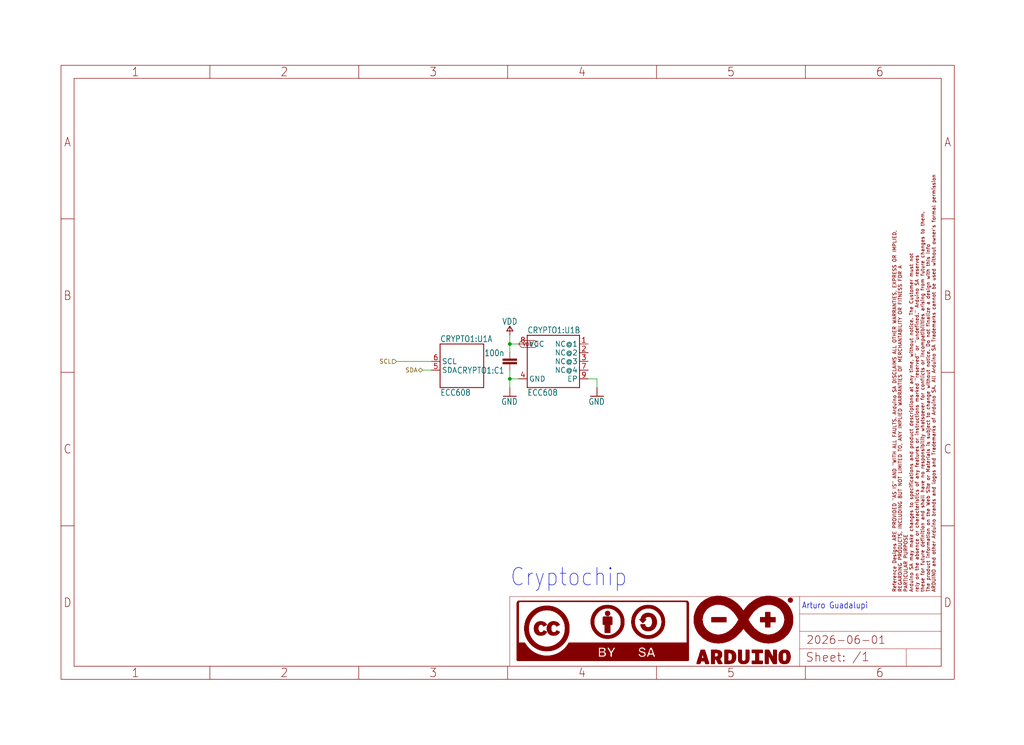
<source format=kicad_sch>
(kicad_sch (version 20250114) (generator "eeschema") (generator_version "9.0")
  (paper "User" 298.45 217.322)
  (lib_symbols
    (symbol "UNOWiFiREV2V4.0-eagle-import:A4L-LOC"
      (symbol "A4L-LOC_1_0"
        (text "A" (at 1.905 156.6863 0) (effects (font (size 2.54 2.286))))
        (text "B" (at 1.905 111.9188 0) (effects (font (size 2.54 2.286))))
        (text "C" (at 1.905 67.1513 0) (effects (font (size 2.54 2.286))))
        (text "D" (at 1.905 22.3838 0) (effects (font (size 2.54 2.286))))
        (text "1" (at 21.6958 177.165 0) (effects (font (size 2.54 2.286))))
        (text "1" (at 21.6958 1.905 0) (effects (font (size 2.54 2.286))))
        (text "2" (at 65.0875 177.165 0) (effects (font (size 2.54 2.286))))
        (text "2" (at 65.0875 1.905 0) (effects (font (size 2.54 2.286))))
        (text "3" (at 108.4792 177.165 0) (effects (font (size 2.54 2.286))))
        (text "3" (at 108.4792 1.905 0) (effects (font (size 2.54 2.286))))
        (text "4" (at 151.8708 177.165 0) (effects (font (size 2.54 2.286))))
        (text "4" (at 151.8708 1.905 0) (effects (font (size 2.54 2.286))))
        (text "5" (at 195.2625 177.165 0) (effects (font (size 2.54 2.286))))
        (text "5" (at 195.2625 1.905 0) (effects (font (size 2.54 2.286))))
        (text "Sheet:" (at 216.916 4.953 0) (effects (font (size 2.54 2.54)) (justify left bottom)))
        (text "${PROJECTNAME}" (at 217.17 15.24 0) (effects (font (size 2.54 2.54)) (justify left bottom)))
        (text "${CURRENT_DATE}" (at 217.17 10.16 0) (effects (font (size 2.286 2.286)) (justify left bottom)))
        (text "${#}/${##}" (at 230.505 5.08 0) (effects (font (size 2.54 2.54)) (justify left bottom)))
        (text "6" (at 238.6542 177.165 0) (effects (font (size 2.54 2.286))))
        (text "6" (at 238.6542 1.905 0) (effects (font (size 2.54 2.286))))
        (text "Reference Designs ARE PROVIDED \"AS IS\" AND \"WITH ALL FAULTS. Arduino SA DISCLAIMS ALL OTHER WARRANTIES, EXPRESS OR IMPLIED,\nREGARDING PRODUCTS, INCLUDING BUT NOT LIMITED TO, ANY IMPLIED WARRANTIES OF MERCHANTABILITY OR FITNESS FOR A\nPARTICULAR PURPOSE\nArduino SA may make changes to specifications and product descriptions at any time, without notice. The Customer must not\nrely on the absence or characteristics of any features or instructions marked \"reserved\" or \"undefined.\" Arduino SA reserves\nthese for future definition and shall have no responsibility whatsoever for conflicts or incompatibilities arising from future changes to them.\nThe product information on the Web Site or Materials is subject to change without notice. Do not finalize a design with this info\nARDUINO and other Arduino brands and logos and Trademarks of Arduino SA. All Arduino SA Trademarks cannot be used without owner's formal permission" (at 254.96 25.415 900) (effects (font (size 1.016 1.016)) (justify left bottom)))
        (text "A" (at 258.445 156.6863 0) (effects (font (size 2.54 2.286))))
        (text "B" (at 258.445 111.9188 0) (effects (font (size 2.54 2.286))))
        (text "C" (at 258.445 67.1513 0) (effects (font (size 2.54 2.286))))
        (text "D" (at 258.445 22.3838 0) (effects (font (size 2.54 2.286))))
      )
    )
    (symbol "UNOWiFiREV2V4.0-eagle-import:ATECC8-UDFN"
      (property "Reference" "U" (at -7.62 8.128 0))
      (symbol "ATECC8-UDFN_1_0"
        (pin input line (at -10.16 2.54 0) (length 2.54) (name "SCL") (number "6"))
        (pin bidirectional line (at -10.16 0 0) (length 2.54) (name "SDA") (number "5"))
      )
      (symbol "ATECC8-UDFN_2_0"
        (pin power_in line (at -10.16 5.08 0) (length 2.54) (name "VCC") (number "8"))
        (pin power_in line (at -10.16 -5.08 0) (length 2.54) (name "GND") (number "4"))
        (pin bidirectional line (at 10.16 5.08 180) (length 2.54) (name "NC@1") (number "1"))
        (pin bidirectional line (at 10.16 2.54 180) (length 2.54) (name "NC@2") (number "2"))
        (pin bidirectional line (at 10.16 0 180) (length 2.54) (name "NC@3") (number "3"))
        (pin bidirectional line (at 10.16 -2.54 180) (length 2.54) (name "NC@4") (number "7"))
        (pin passive line (at 10.16 -5.08 180) (length 2.54) (name "EP") (number "9"))
      )
    )
    (symbol "UNOWiFiREV2V4.0-eagle-import:C-0402"
      (property "Reference" "C" (at 1.524 1.651 0))
      (symbol "C-0402_1_0"
        (pin passive line (at 0 2.54 270) (length 0) (name "1") (number "1"))
        (pin passive line (at 0 -2.54 90) (length 0) (name "2") (number "2"))
      )
    )
    (symbol "UNOWiFiREV2V4.0-eagle-import:GND" (power)
      (symbol "GND_1_0"
        (pin power_in line (at 0 2.54 270) (length 2.54) (name "GND") (number "1"))
      )
    )
    (symbol "UNOWiFiREV2V4.0-eagle-import:VDD" (power)
      (symbol "VDD_1_0"
        (pin power_in line (at 0 -2.54 90) (length 2.54) (name "+1V") (number "1"))
      )
    )
  )
  (text "Arturo Guadalupi" (at 233.68 177.8 0) (effects (font (size 1.778 1.5113)) (justify left bottom)))
  (text "Cryptochip" (at 148.59 171.45 0) (effects (font (size 5.08 4.318)) (justify left bottom)))
  (junction (at 148.59 110.49))
  (junction (at 148.59 100.33))
  (wire (pts (xy 125.73 105.41) (xy 115.57 105.41)) (stroke (width 0.1524)))
  (wire (pts (xy 148.59 107.95) (xy 148.59 110.49)) (stroke (width 0.1524)))
  (wire (pts (xy 148.59 110.49) (xy 148.59 113.03)) (stroke (width 0.1524)))
  (wire (pts (xy 148.59 100.33) (xy 148.59 97.79)) (stroke (width 0.1524)))
  (wire (pts (xy 125.73 107.95) (xy 123.19 107.95)) (stroke (width 0.1524)))
  (wire (pts (xy 148.59 102.87) (xy 148.59 100.33)) (stroke (width 0.1524)))
  (wire (pts (xy 171.45 110.49) (xy 173.99 110.49)) (stroke (width 0.1524)))
  (wire (pts (xy 151.13 100.33) (xy 148.59 100.33)) (stroke (width 0.1524)))
  (wire (pts (xy 173.99 110.49) (xy 173.99 113.03)) (stroke (width 0.1524)))
  (wire (pts (xy 151.13 110.49) (xy 148.59 110.49)) (stroke (width 0.1524)))
  (global_label "VDD" (shape bidirectional) (at 151.13 100.33 0) (effects (font (size 1.016 1.016))) (property "Intersheetrefs" "${INTERSHEET_REFS}" (effects (hide yes))))
  (hierarchical_label "SCL" (shape input) (at 115.57 105.41 180) (effects (font (size 1.2446 1.2446))))
  (hierarchical_label "SDA" (shape bidirectional) (at 123.19 107.95 180) (effects (font (size 1.2446 1.2446))))
  (symbol (lib_id "UNOWiFiREV2V4.0-eagle-import:GND") (at 173.99 115.57 0) (unit 1)
    (property "Reference" "CRYPTO1:#GND2" (effects (hide yes)))
    (property "Value" "GND" (at 171.45 118.11 0) (effects (font (size 1.778 1.5113)) (justify left bottom)))
  )
  (symbol (lib_id "UNOWiFiREV2V4.0-eagle-import:ATECC8-UDFN") (at 161.29 105.41 0) (unit 2)
    (property "Reference" "CRYPTO1:U1" (at 153.67 97.282 0) (effects (font (size 1.778 1.5113)) (justify left bottom)))
    (property "Value" "ECC608" (at 153.67 113.538 0) (effects (font (size 1.778 1.5113)) (justify left top)))
    (property "Footprint" "UNOWiFiREV2V4.0:SON50P300X200X60-9N-EP160X140" (effects (hide yes)))
  )
  (symbol (lib_id "UNOWiFiREV2V4.0-eagle-import:ATECC8-UDFN") (at 135.89 107.95 0) (unit 1)
    (property "Reference" "CRYPTO1:U1" (at 128.27 99.822 0) (effects (font (size 1.778 1.5113)) (justify left bottom)))
    (property "Value" "ECC608" (at 128.27 113.538 0) (effects (font (size 1.778 1.5113)) (justify left top)))
    (property "Footprint" "UNOWiFiREV2V4.0:SON50P300X200X60-9N-EP160X140" (effects (hide yes)))
  )
  (symbol (lib_id "UNOWiFiREV2V4.0-eagle-import:GND") (at 148.59 115.57 0) (unit 1)
    (property "Reference" "CRYPTO1:#GND1" (effects (hide yes)))
    (property "Value" "GND" (at 146.05 118.11 0) (effects (font (size 1.778 1.5113)) (justify left bottom)))
  )
  (symbol (lib_id "UNOWiFiREV2V4.0-eagle-import:VDD") (at 148.59 95.25 0) (unit 1)
    (property "Reference" "CRYPTO1:#P+1" (effects (hide yes)))
    (property "Value" "VDD" (at 148.59 94.742 0) (effects (font (size 1.778 1.5113)) (justify bottom)))
  )
  (symbol (lib_id "UNOWiFiREV2V4.0-eagle-import:A4L-LOC") (at 17.78 198.12 0) (unit 1)
    (property "Reference" "CRYPTO1:FRAME1" (effects (hide yes)))
    (property "Value" "DNP" (effects (hide yes)))
    (property "Footprint" "UNOWiFiREV2V4.0:FRAME" (effects (hide yes)))
  )
  (symbol (lib_id "UNOWiFiREV2V4.0-eagle-import:C-0402") (at 148.59 105.41 180) (unit 1)
    (property "Reference" "CRYPTO1:C1" (at 147.066 107.061 0) (effects (font (size 1.778 1.5113)) (justify left bottom)))
    (property "Value" "100n" (at 147.066 101.981 0) (effects (font (size 1.778 1.5113)) (justify left bottom)))
    (property "Footprint" "UNOWiFiREV2V4.0:0402-1005X55N" (effects (hide yes)))
  )
)
</source>
